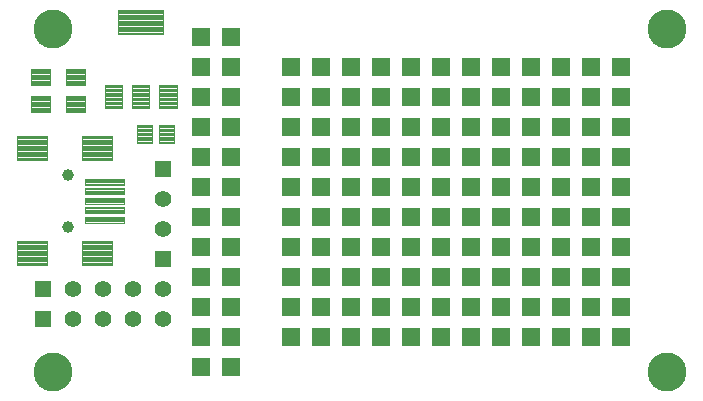
<source format=gts>
G75*
G70*
%OFA0B0*%
%FSLAX24Y24*%
%IPPOS*%
%LPD*%
%AMOC8*
5,1,8,0,0,1.08239X$1,22.5*
%
%ADD10C,0.1300*%
%ADD11C,0.0041*%
%ADD12C,0.0040*%
%ADD13C,0.0394*%
%ADD14C,0.0044*%
%ADD15C,0.0041*%
%ADD16R,0.0555X0.0555*%
%ADD17C,0.0555*%
%ADD18R,0.0631X0.0631*%
D10*
X005969Y004991D03*
X005969Y016409D03*
X026442Y016409D03*
X026442Y004991D03*
D11*
X009642Y016264D02*
X008146Y016264D01*
X008146Y017050D01*
X009642Y017050D01*
X009642Y016264D01*
X009642Y016304D02*
X008146Y016304D01*
X008146Y016344D02*
X009642Y016344D01*
X009642Y016384D02*
X008146Y016384D01*
X008146Y016424D02*
X009642Y016424D01*
X009642Y016464D02*
X008146Y016464D01*
X008146Y016504D02*
X009642Y016504D01*
X009642Y016544D02*
X008146Y016544D01*
X008146Y016584D02*
X009642Y016584D01*
X009642Y016624D02*
X008146Y016624D01*
X008146Y016664D02*
X009642Y016664D01*
X009642Y016704D02*
X008146Y016704D01*
X008146Y016744D02*
X009642Y016744D01*
X009642Y016784D02*
X008146Y016784D01*
X008146Y016824D02*
X009642Y016824D01*
X009642Y016864D02*
X008146Y016864D01*
X008146Y016904D02*
X009642Y016904D01*
X009642Y016944D02*
X008146Y016944D01*
X008146Y016984D02*
X009642Y016984D01*
X009642Y017024D02*
X008146Y017024D01*
X006954Y012845D02*
X006954Y012059D01*
X006954Y012845D02*
X007938Y012845D01*
X007938Y012059D01*
X006954Y012059D01*
X006954Y012099D02*
X007938Y012099D01*
X007938Y012139D02*
X006954Y012139D01*
X006954Y012179D02*
X007938Y012179D01*
X007938Y012219D02*
X006954Y012219D01*
X006954Y012259D02*
X007938Y012259D01*
X007938Y012299D02*
X006954Y012299D01*
X006954Y012339D02*
X007938Y012339D01*
X007938Y012379D02*
X006954Y012379D01*
X006954Y012419D02*
X007938Y012419D01*
X007938Y012459D02*
X006954Y012459D01*
X006954Y012499D02*
X007938Y012499D01*
X007938Y012539D02*
X006954Y012539D01*
X006954Y012579D02*
X007938Y012579D01*
X007938Y012619D02*
X006954Y012619D01*
X006954Y012659D02*
X007938Y012659D01*
X007938Y012699D02*
X006954Y012699D01*
X006954Y012739D02*
X007938Y012739D01*
X007938Y012779D02*
X006954Y012779D01*
X006954Y012819D02*
X007938Y012819D01*
X004788Y012845D02*
X004788Y012059D01*
X004788Y012845D02*
X005772Y012845D01*
X005772Y012059D01*
X004788Y012059D01*
X004788Y012099D02*
X005772Y012099D01*
X005772Y012139D02*
X004788Y012139D01*
X004788Y012179D02*
X005772Y012179D01*
X005772Y012219D02*
X004788Y012219D01*
X004788Y012259D02*
X005772Y012259D01*
X005772Y012299D02*
X004788Y012299D01*
X004788Y012339D02*
X005772Y012339D01*
X005772Y012379D02*
X004788Y012379D01*
X004788Y012419D02*
X005772Y012419D01*
X005772Y012459D02*
X004788Y012459D01*
X004788Y012499D02*
X005772Y012499D01*
X005772Y012539D02*
X004788Y012539D01*
X004788Y012579D02*
X005772Y012579D01*
X005772Y012619D02*
X004788Y012619D01*
X004788Y012659D02*
X005772Y012659D01*
X005772Y012699D02*
X004788Y012699D01*
X004788Y012739D02*
X005772Y012739D01*
X005772Y012779D02*
X004788Y012779D01*
X004788Y012819D02*
X005772Y012819D01*
X004788Y009341D02*
X004788Y008555D01*
X004788Y009341D02*
X005772Y009341D01*
X005772Y008555D01*
X004788Y008555D01*
X004788Y008595D02*
X005772Y008595D01*
X005772Y008635D02*
X004788Y008635D01*
X004788Y008675D02*
X005772Y008675D01*
X005772Y008715D02*
X004788Y008715D01*
X004788Y008755D02*
X005772Y008755D01*
X005772Y008795D02*
X004788Y008795D01*
X004788Y008835D02*
X005772Y008835D01*
X005772Y008875D02*
X004788Y008875D01*
X004788Y008915D02*
X005772Y008915D01*
X005772Y008955D02*
X004788Y008955D01*
X004788Y008995D02*
X005772Y008995D01*
X005772Y009035D02*
X004788Y009035D01*
X004788Y009075D02*
X005772Y009075D01*
X005772Y009115D02*
X004788Y009115D01*
X004788Y009155D02*
X005772Y009155D01*
X005772Y009195D02*
X004788Y009195D01*
X004788Y009235D02*
X005772Y009235D01*
X005772Y009275D02*
X004788Y009275D01*
X004788Y009315D02*
X005772Y009315D01*
X006954Y009341D02*
X006954Y008555D01*
X006954Y009341D02*
X007938Y009341D01*
X007938Y008555D01*
X006954Y008555D01*
X006954Y008595D02*
X007938Y008595D01*
X007938Y008635D02*
X006954Y008635D01*
X006954Y008675D02*
X007938Y008675D01*
X007938Y008715D02*
X006954Y008715D01*
X006954Y008755D02*
X007938Y008755D01*
X007938Y008795D02*
X006954Y008795D01*
X006954Y008835D02*
X007938Y008835D01*
X007938Y008875D02*
X006954Y008875D01*
X006954Y008915D02*
X007938Y008915D01*
X007938Y008955D02*
X006954Y008955D01*
X006954Y008995D02*
X007938Y008995D01*
X007938Y009035D02*
X006954Y009035D01*
X006954Y009075D02*
X007938Y009075D01*
X007938Y009115D02*
X006954Y009115D01*
X006954Y009155D02*
X007938Y009155D01*
X007938Y009195D02*
X006954Y009195D01*
X006954Y009235D02*
X007938Y009235D01*
X007938Y009275D02*
X006954Y009275D01*
X006954Y009315D02*
X007938Y009315D01*
D12*
X007033Y009972D02*
X007033Y010168D01*
X008331Y010168D01*
X008331Y009972D01*
X007033Y009972D01*
X007033Y010011D02*
X008331Y010011D01*
X008331Y010050D02*
X007033Y010050D01*
X007033Y010089D02*
X008331Y010089D01*
X008331Y010128D02*
X007033Y010128D01*
X007033Y010167D02*
X008331Y010167D01*
X007033Y010287D02*
X007033Y010483D01*
X008331Y010483D01*
X008331Y010287D01*
X007033Y010287D01*
X007033Y010326D02*
X008331Y010326D01*
X008331Y010365D02*
X007033Y010365D01*
X007033Y010404D02*
X008331Y010404D01*
X008331Y010443D02*
X007033Y010443D01*
X007033Y010482D02*
X008331Y010482D01*
X007033Y010602D02*
X007033Y010798D01*
X008331Y010798D01*
X008331Y010602D01*
X007033Y010602D01*
X007033Y010641D02*
X008331Y010641D01*
X008331Y010680D02*
X007033Y010680D01*
X007033Y010719D02*
X008331Y010719D01*
X008331Y010758D02*
X007033Y010758D01*
X007033Y010797D02*
X008331Y010797D01*
X007033Y010917D02*
X007033Y011113D01*
X008331Y011113D01*
X008331Y010917D01*
X007033Y010917D01*
X007033Y010956D02*
X008331Y010956D01*
X008331Y010995D02*
X007033Y010995D01*
X007033Y011034D02*
X008331Y011034D01*
X008331Y011073D02*
X007033Y011073D01*
X007033Y011112D02*
X008331Y011112D01*
X007033Y011232D02*
X007033Y011428D01*
X008331Y011428D01*
X008331Y011232D01*
X007033Y011232D01*
X007033Y011271D02*
X008331Y011271D01*
X008331Y011310D02*
X007033Y011310D01*
X007033Y011349D02*
X008331Y011349D01*
X008331Y011388D02*
X007033Y011388D01*
X007033Y011427D02*
X008331Y011427D01*
D13*
X006461Y011566D03*
X006461Y009834D03*
D14*
X008766Y012624D02*
X009274Y012624D01*
X008766Y012624D02*
X008766Y013210D01*
X009274Y013210D01*
X009274Y012624D01*
X009274Y012667D02*
X008766Y012667D01*
X008766Y012710D02*
X009274Y012710D01*
X009274Y012753D02*
X008766Y012753D01*
X008766Y012796D02*
X009274Y012796D01*
X009274Y012839D02*
X008766Y012839D01*
X008766Y012882D02*
X009274Y012882D01*
X009274Y012925D02*
X008766Y012925D01*
X008766Y012968D02*
X009274Y012968D01*
X009274Y013011D02*
X008766Y013011D01*
X008766Y013054D02*
X009274Y013054D01*
X009274Y013097D02*
X008766Y013097D01*
X008766Y013140D02*
X009274Y013140D01*
X009274Y013183D02*
X008766Y013183D01*
X009514Y012624D02*
X010022Y012624D01*
X009514Y012624D02*
X009514Y013210D01*
X010022Y013210D01*
X010022Y012624D01*
X010022Y012667D02*
X009514Y012667D01*
X009514Y012710D02*
X010022Y012710D01*
X010022Y012753D02*
X009514Y012753D01*
X009514Y012796D02*
X010022Y012796D01*
X010022Y012839D02*
X009514Y012839D01*
X009514Y012882D02*
X010022Y012882D01*
X010022Y012925D02*
X009514Y012925D01*
X009514Y012968D02*
X010022Y012968D01*
X010022Y013011D02*
X009514Y013011D01*
X009514Y013054D02*
X010022Y013054D01*
X010022Y013097D02*
X009514Y013097D01*
X009514Y013140D02*
X010022Y013140D01*
X010022Y013183D02*
X009514Y013183D01*
X009507Y013786D02*
X010093Y013786D01*
X009507Y013786D02*
X009507Y014568D01*
X010093Y014568D01*
X010093Y013786D01*
X010093Y013829D02*
X009507Y013829D01*
X009507Y013872D02*
X010093Y013872D01*
X010093Y013915D02*
X009507Y013915D01*
X009507Y013958D02*
X010093Y013958D01*
X010093Y014001D02*
X009507Y014001D01*
X009507Y014044D02*
X010093Y014044D01*
X010093Y014087D02*
X009507Y014087D01*
X009507Y014130D02*
X010093Y014130D01*
X010093Y014173D02*
X009507Y014173D01*
X009507Y014216D02*
X010093Y014216D01*
X010093Y014259D02*
X009507Y014259D01*
X009507Y014302D02*
X010093Y014302D01*
X010093Y014345D02*
X009507Y014345D01*
X009507Y014388D02*
X010093Y014388D01*
X010093Y014431D02*
X009507Y014431D01*
X009507Y014474D02*
X010093Y014474D01*
X010093Y014517D02*
X009507Y014517D01*
X009507Y014560D02*
X010093Y014560D01*
X009187Y013786D02*
X008601Y013786D01*
X008601Y014568D01*
X009187Y014568D01*
X009187Y013786D01*
X009187Y013829D02*
X008601Y013829D01*
X008601Y013872D02*
X009187Y013872D01*
X009187Y013915D02*
X008601Y013915D01*
X008601Y013958D02*
X009187Y013958D01*
X009187Y014001D02*
X008601Y014001D01*
X008601Y014044D02*
X009187Y014044D01*
X009187Y014087D02*
X008601Y014087D01*
X008601Y014130D02*
X009187Y014130D01*
X009187Y014173D02*
X008601Y014173D01*
X008601Y014216D02*
X009187Y014216D01*
X009187Y014259D02*
X008601Y014259D01*
X008601Y014302D02*
X009187Y014302D01*
X009187Y014345D02*
X008601Y014345D01*
X008601Y014388D02*
X009187Y014388D01*
X009187Y014431D02*
X008601Y014431D01*
X008601Y014474D02*
X009187Y014474D01*
X009187Y014517D02*
X008601Y014517D01*
X008601Y014560D02*
X009187Y014560D01*
X008282Y013786D02*
X007696Y013786D01*
X007696Y014568D01*
X008282Y014568D01*
X008282Y013786D01*
X008282Y013829D02*
X007696Y013829D01*
X007696Y013872D02*
X008282Y013872D01*
X008282Y013915D02*
X007696Y013915D01*
X007696Y013958D02*
X008282Y013958D01*
X008282Y014001D02*
X007696Y014001D01*
X007696Y014044D02*
X008282Y014044D01*
X008282Y014087D02*
X007696Y014087D01*
X007696Y014130D02*
X008282Y014130D01*
X008282Y014173D02*
X007696Y014173D01*
X007696Y014216D02*
X008282Y014216D01*
X008282Y014259D02*
X007696Y014259D01*
X007696Y014302D02*
X008282Y014302D01*
X008282Y014345D02*
X007696Y014345D01*
X007696Y014388D02*
X008282Y014388D01*
X008282Y014431D02*
X007696Y014431D01*
X007696Y014474D02*
X008282Y014474D01*
X008282Y014517D02*
X007696Y014517D01*
X007696Y014560D02*
X008282Y014560D01*
D15*
X007050Y015093D02*
X006420Y015093D01*
X007050Y015093D02*
X007050Y014543D01*
X006420Y014543D01*
X006420Y015093D01*
X006420Y014583D02*
X007050Y014583D01*
X007050Y014623D02*
X006420Y014623D01*
X006420Y014663D02*
X007050Y014663D01*
X007050Y014703D02*
X006420Y014703D01*
X006420Y014743D02*
X007050Y014743D01*
X007050Y014783D02*
X006420Y014783D01*
X006420Y014823D02*
X007050Y014823D01*
X007050Y014863D02*
X006420Y014863D01*
X006420Y014903D02*
X007050Y014903D01*
X007050Y014943D02*
X006420Y014943D01*
X006420Y014983D02*
X007050Y014983D01*
X007050Y015023D02*
X006420Y015023D01*
X006420Y015063D02*
X007050Y015063D01*
X005869Y014543D02*
X005239Y014543D01*
X005239Y015093D01*
X005869Y015093D01*
X005869Y014543D01*
X005869Y014583D02*
X005239Y014583D01*
X005239Y014623D02*
X005869Y014623D01*
X005869Y014663D02*
X005239Y014663D01*
X005239Y014703D02*
X005869Y014703D01*
X005869Y014743D02*
X005239Y014743D01*
X005239Y014783D02*
X005869Y014783D01*
X005869Y014823D02*
X005239Y014823D01*
X005239Y014863D02*
X005869Y014863D01*
X005869Y014903D02*
X005239Y014903D01*
X005239Y014943D02*
X005869Y014943D01*
X005869Y014983D02*
X005239Y014983D01*
X005239Y015023D02*
X005869Y015023D01*
X005869Y015063D02*
X005239Y015063D01*
X005239Y013642D02*
X005869Y013642D01*
X005239Y013642D02*
X005239Y014192D01*
X005869Y014192D01*
X005869Y013642D01*
X005869Y013682D02*
X005239Y013682D01*
X005239Y013722D02*
X005869Y013722D01*
X005869Y013762D02*
X005239Y013762D01*
X005239Y013802D02*
X005869Y013802D01*
X005869Y013842D02*
X005239Y013842D01*
X005239Y013882D02*
X005869Y013882D01*
X005869Y013922D02*
X005239Y013922D01*
X005239Y013962D02*
X005869Y013962D01*
X005869Y014002D02*
X005239Y014002D01*
X005239Y014042D02*
X005869Y014042D01*
X005869Y014082D02*
X005239Y014082D01*
X005239Y014122D02*
X005869Y014122D01*
X005869Y014162D02*
X005239Y014162D01*
X006420Y014192D02*
X007050Y014192D01*
X007050Y013642D01*
X006420Y013642D01*
X006420Y014192D01*
X006420Y013682D02*
X007050Y013682D01*
X007050Y013722D02*
X006420Y013722D01*
X006420Y013762D02*
X007050Y013762D01*
X007050Y013802D02*
X006420Y013802D01*
X006420Y013842D02*
X007050Y013842D01*
X007050Y013882D02*
X006420Y013882D01*
X006420Y013922D02*
X007050Y013922D01*
X007050Y013962D02*
X006420Y013962D01*
X006420Y014002D02*
X007050Y014002D01*
X007050Y014042D02*
X006420Y014042D01*
X006420Y014082D02*
X007050Y014082D01*
X007050Y014122D02*
X006420Y014122D01*
X006420Y014162D02*
X007050Y014162D01*
D16*
X009644Y011765D03*
X009644Y008765D03*
X005644Y007765D03*
X005644Y006765D03*
D17*
X006644Y006765D03*
X007644Y006765D03*
X008644Y006765D03*
X009644Y006765D03*
X009644Y007765D03*
X008644Y007765D03*
X007644Y007765D03*
X006644Y007765D03*
X009644Y009765D03*
X009644Y010765D03*
D18*
X010894Y011167D03*
X011894Y011167D03*
X011894Y012167D03*
X010894Y012167D03*
X010894Y013167D03*
X011894Y013167D03*
X011894Y014167D03*
X010894Y014167D03*
X010894Y015167D03*
X011894Y015167D03*
X011894Y016167D03*
X010894Y016167D03*
X013894Y015167D03*
X014894Y015167D03*
X015894Y015167D03*
X016894Y015167D03*
X017894Y015167D03*
X018894Y015167D03*
X019894Y015167D03*
X020894Y015167D03*
X021894Y015167D03*
X022894Y015167D03*
X023894Y015167D03*
X024894Y015167D03*
X024894Y014167D03*
X023894Y014167D03*
X022894Y014167D03*
X021894Y014167D03*
X020894Y014167D03*
X019894Y014167D03*
X018894Y014167D03*
X017894Y014167D03*
X016894Y014167D03*
X015894Y014167D03*
X014894Y014167D03*
X013894Y014167D03*
X013894Y013167D03*
X014894Y013167D03*
X015894Y013167D03*
X016894Y013167D03*
X017894Y013167D03*
X018894Y013167D03*
X019894Y013167D03*
X020894Y013167D03*
X021894Y013167D03*
X022894Y013167D03*
X023894Y013167D03*
X024894Y013167D03*
X024894Y012167D03*
X023894Y012167D03*
X022894Y012167D03*
X021894Y012167D03*
X020894Y012167D03*
X019894Y012167D03*
X018894Y012167D03*
X017894Y012167D03*
X016894Y012167D03*
X015894Y012167D03*
X014894Y012167D03*
X013894Y012167D03*
X013894Y011167D03*
X014894Y011167D03*
X015894Y011167D03*
X016894Y011167D03*
X017894Y011167D03*
X018894Y011167D03*
X019894Y011167D03*
X020894Y011167D03*
X021894Y011167D03*
X022894Y011167D03*
X023894Y011167D03*
X024894Y011167D03*
X024894Y010167D03*
X023894Y010167D03*
X022894Y010167D03*
X021894Y010167D03*
X020894Y010167D03*
X019894Y010167D03*
X018894Y010167D03*
X017894Y010167D03*
X016894Y010167D03*
X015894Y010167D03*
X014894Y010167D03*
X013894Y010167D03*
X013894Y009167D03*
X014894Y009167D03*
X015894Y009167D03*
X016894Y009167D03*
X017894Y009167D03*
X018894Y009167D03*
X019894Y009167D03*
X020894Y009167D03*
X021894Y009167D03*
X022894Y009167D03*
X023894Y009167D03*
X024894Y009167D03*
X024894Y008167D03*
X023894Y008167D03*
X022894Y008167D03*
X021894Y008167D03*
X020894Y008167D03*
X019894Y008167D03*
X018894Y008167D03*
X017894Y008167D03*
X016894Y008167D03*
X015894Y008167D03*
X014894Y008167D03*
X013894Y008167D03*
X013894Y007167D03*
X014894Y007167D03*
X015894Y007167D03*
X016894Y007167D03*
X017894Y007167D03*
X018894Y007167D03*
X019894Y007167D03*
X020894Y007167D03*
X021894Y007167D03*
X022894Y007167D03*
X023894Y007167D03*
X024894Y007167D03*
X024894Y006167D03*
X023894Y006167D03*
X022894Y006167D03*
X021894Y006167D03*
X020894Y006167D03*
X019894Y006167D03*
X018894Y006167D03*
X017894Y006167D03*
X016894Y006167D03*
X015894Y006167D03*
X014894Y006167D03*
X013894Y006167D03*
X011894Y006167D03*
X010894Y006167D03*
X010894Y007167D03*
X011894Y007167D03*
X011894Y008167D03*
X010894Y008167D03*
X010894Y009167D03*
X011894Y009167D03*
X011894Y010167D03*
X010894Y010167D03*
X010894Y005167D03*
X011894Y005167D03*
M02*

</source>
